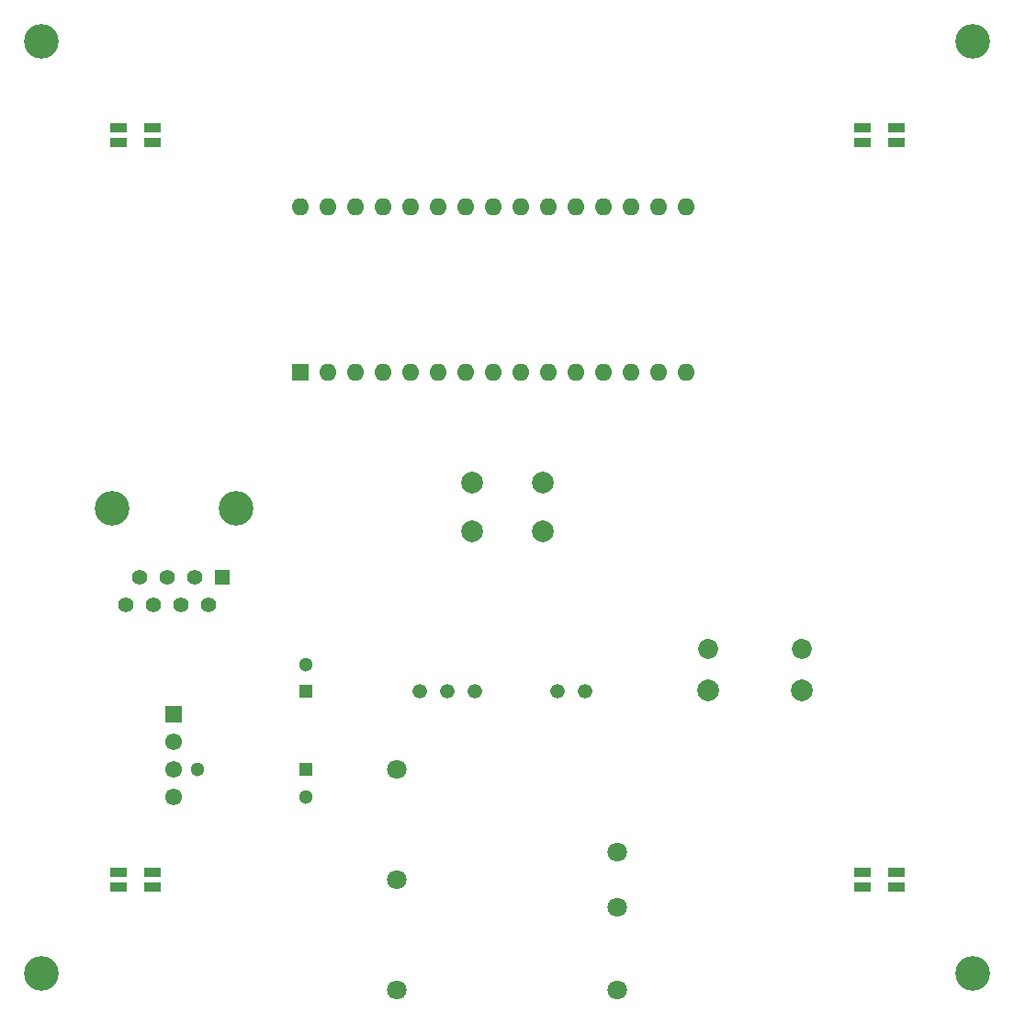
<source format=gbr>
%TF.GenerationSoftware,KiCad,Pcbnew,8.0.8*%
%TF.CreationDate,2025-06-01T20:52:10+02:00*%
%TF.ProjectId,DIYFAN_V1,44495946-414e-45f5-9631-2e6b69636164,rev?*%
%TF.SameCoordinates,Original*%
%TF.FileFunction,Soldermask,Bot*%
%TF.FilePolarity,Negative*%
%FSLAX46Y46*%
G04 Gerber Fmt 4.6, Leading zero omitted, Abs format (unit mm)*
G04 Created by KiCad (PCBNEW 8.0.8) date 2025-06-01 20:52:10*
%MOMM*%
%LPD*%
G01*
G04 APERTURE LIST*
%ADD10C,1.850000*%
%ADD11C,2.010000*%
%ADD12C,3.200000*%
%ADD13R,1.400000X1.400000*%
%ADD14C,1.400000*%
%ADD15R,1.300000X1.300000*%
%ADD16C,1.300000*%
%ADD17C,1.337000*%
%ADD18R,1.530000X1.530000*%
%ADD19C,1.550000*%
%ADD20R,1.600000X1.600000*%
%ADD21O,1.600000X1.600000*%
%ADD22C,1.800000*%
%ADD23R,1.500000X0.900000*%
%ADD24C,2.000000*%
G04 APERTURE END LIST*
D10*
%TO.C,J1*%
X148334000Y-100428000D03*
X156974000Y-100428000D03*
D11*
X148334000Y-104228000D03*
X156974000Y-104228000D03*
%TD*%
D12*
%TO.C,J2*%
X104775000Y-87508000D03*
X93345000Y-87508000D03*
D13*
X103505000Y-93858000D03*
D14*
X102235000Y-96398000D03*
X100965000Y-93858000D03*
X99695000Y-96398000D03*
X98425000Y-93858000D03*
X97155000Y-96398000D03*
X95885000Y-93858000D03*
X94615000Y-96398000D03*
%TD*%
D12*
%TO.C,REF\u002A\u002A*%
X172720000Y-130302000D03*
%TD*%
%TO.C,REF\u002A\u002A*%
X86868000Y-130302000D03*
%TD*%
D15*
%TO.C,CP1*%
X111252000Y-111546000D03*
D16*
X111252000Y-114046000D03*
%TD*%
D15*
%TO.C,CP2*%
X111252000Y-104354000D03*
D16*
X111252000Y-101854000D03*
%TD*%
D17*
%TO.C,PS2*%
X137014000Y-104312000D03*
X134474000Y-104312000D03*
X126854000Y-104312000D03*
X124314000Y-104312000D03*
X121774000Y-104312000D03*
%TD*%
D16*
%TO.C,J3*%
X101220000Y-111506000D03*
D18*
X99060000Y-106426000D03*
D19*
X99060000Y-108966000D03*
X99060000Y-111506000D03*
X99060000Y-114046000D03*
%TD*%
D20*
%TO.C,A1*%
X110744000Y-74920000D03*
D21*
X113284000Y-74920000D03*
X115824000Y-74920000D03*
X118364000Y-74920000D03*
X120904000Y-74920000D03*
X123444000Y-74920000D03*
X125984000Y-74920000D03*
X128524000Y-74920000D03*
X131064000Y-74920000D03*
X133604000Y-74920000D03*
X136144000Y-74920000D03*
X138684000Y-74920000D03*
X141224000Y-74920000D03*
X143764000Y-74920000D03*
X146304000Y-74920000D03*
X146304000Y-59680000D03*
X143764000Y-59680000D03*
X141224000Y-59680000D03*
X138684000Y-59680000D03*
X136144000Y-59680000D03*
X133604000Y-59680000D03*
X131064000Y-59680000D03*
X128524000Y-59680000D03*
X125984000Y-59680000D03*
X123444000Y-59680000D03*
X120904000Y-59680000D03*
X118364000Y-59680000D03*
X115824000Y-59680000D03*
X113284000Y-59680000D03*
X110744000Y-59680000D03*
%TD*%
D22*
%TO.C,PS1*%
X139954000Y-119126000D03*
X139954000Y-124206000D03*
X119634000Y-111506000D03*
X119634000Y-121666000D03*
X119634000Y-131826000D03*
X139954000Y-131826000D03*
%TD*%
D12*
%TO.C,REF\u002A\u002A*%
X86868000Y-44450000D03*
%TD*%
%TO.C,REF\u002A\u002A*%
X172720000Y-44450000D03*
%TD*%
D23*
%TO.C,D4*%
X165634000Y-122366000D03*
X165634000Y-120966000D03*
X162534000Y-122366000D03*
X162534000Y-120966000D03*
%TD*%
%TO.C,D3*%
X165634000Y-53786000D03*
X165634000Y-52386000D03*
X162534000Y-53786000D03*
X162534000Y-52386000D03*
%TD*%
D24*
%TO.C,SW1*%
X133044000Y-85126000D03*
X126544000Y-85126000D03*
X133044000Y-89626000D03*
X126544000Y-89626000D03*
%TD*%
D23*
%TO.C,D1*%
X93954000Y-120966000D03*
X93954000Y-122366000D03*
X97054000Y-120966000D03*
X97054000Y-122366000D03*
%TD*%
%TO.C,D2*%
X93954000Y-52386000D03*
X93954000Y-53786000D03*
X97054000Y-52386000D03*
X97054000Y-53786000D03*
%TD*%
M02*

</source>
